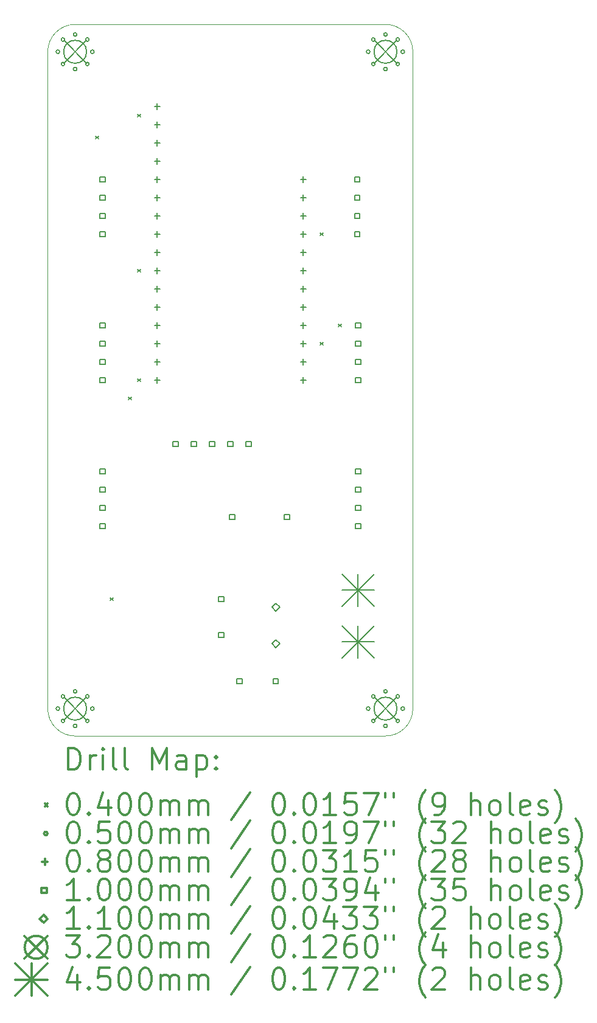
<source format=gbr>
%FSLAX45Y45*%
G04 Gerber Fmt 4.5, Leading zero omitted, Abs format (unit mm)*
G04 Created by KiCad (PCBNEW (5.1.10)-1) date 2022-02-12 13:06:28*
%MOMM*%
%LPD*%
G01*
G04 APERTURE LIST*
%TA.AperFunction,Profile*%
%ADD10C,0.025400*%
%TD*%
%ADD11C,0.200000*%
%ADD12C,0.300000*%
G04 APERTURE END LIST*
D10*
X7543800Y-2641600D02*
X11861800Y-2641600D01*
X7543800Y-12547600D02*
X11861800Y-12547600D01*
X7162800Y-12166600D02*
X7162800Y-3022600D01*
X12242800Y-3022600D02*
X12242800Y-12166600D01*
X7543800Y-12547600D02*
G75*
G02*
X7162800Y-12166600I0J381000D01*
G01*
X12242800Y-12166600D02*
G75*
G02*
X11861800Y-12547600I-381000J0D01*
G01*
X7162800Y-3022600D02*
G75*
G02*
X7543800Y-2641600I381000J0D01*
G01*
X11861800Y-2641600D02*
G75*
G02*
X12242800Y-3022600I0J-381000D01*
G01*
D11*
X7828600Y-4196400D02*
X7868600Y-4236400D01*
X7868600Y-4196400D02*
X7828600Y-4236400D01*
X8031800Y-10622600D02*
X8071800Y-10662600D01*
X8071800Y-10622600D02*
X8031800Y-10662600D01*
X8285800Y-7828600D02*
X8325800Y-7868600D01*
X8325800Y-7828600D02*
X8285800Y-7868600D01*
X8412800Y-3891600D02*
X8452800Y-3931600D01*
X8452800Y-3891600D02*
X8412800Y-3931600D01*
X8412800Y-6050600D02*
X8452800Y-6090600D01*
X8452800Y-6050600D02*
X8412800Y-6090600D01*
X8412800Y-7574600D02*
X8452800Y-7614600D01*
X8452800Y-7574600D02*
X8412800Y-7614600D01*
X10952800Y-5542600D02*
X10992800Y-5582600D01*
X10992800Y-5542600D02*
X10952800Y-5582600D01*
X10952800Y-7066600D02*
X10992800Y-7106600D01*
X10992800Y-7066600D02*
X10952800Y-7106600D01*
X11206800Y-6812600D02*
X11246800Y-6852600D01*
X11246800Y-6812600D02*
X11206800Y-6852600D01*
X7328800Y-3022600D02*
G75*
G03*
X7328800Y-3022600I-25000J0D01*
G01*
X7328800Y-12166600D02*
G75*
G03*
X7328800Y-12166600I-25000J0D01*
G01*
X7399094Y-2852894D02*
G75*
G03*
X7399094Y-2852894I-25000J0D01*
G01*
X7399094Y-3192306D02*
G75*
G03*
X7399094Y-3192306I-25000J0D01*
G01*
X7399094Y-11996894D02*
G75*
G03*
X7399094Y-11996894I-25000J0D01*
G01*
X7399094Y-12336306D02*
G75*
G03*
X7399094Y-12336306I-25000J0D01*
G01*
X7568800Y-2782600D02*
G75*
G03*
X7568800Y-2782600I-25000J0D01*
G01*
X7568800Y-3262600D02*
G75*
G03*
X7568800Y-3262600I-25000J0D01*
G01*
X7568800Y-11926600D02*
G75*
G03*
X7568800Y-11926600I-25000J0D01*
G01*
X7568800Y-12406600D02*
G75*
G03*
X7568800Y-12406600I-25000J0D01*
G01*
X7738506Y-2852894D02*
G75*
G03*
X7738506Y-2852894I-25000J0D01*
G01*
X7738506Y-3192306D02*
G75*
G03*
X7738506Y-3192306I-25000J0D01*
G01*
X7738506Y-11996894D02*
G75*
G03*
X7738506Y-11996894I-25000J0D01*
G01*
X7738506Y-12336306D02*
G75*
G03*
X7738506Y-12336306I-25000J0D01*
G01*
X7808800Y-3022600D02*
G75*
G03*
X7808800Y-3022600I-25000J0D01*
G01*
X7808800Y-12166600D02*
G75*
G03*
X7808800Y-12166600I-25000J0D01*
G01*
X11646800Y-3022600D02*
G75*
G03*
X11646800Y-3022600I-25000J0D01*
G01*
X11646800Y-12166600D02*
G75*
G03*
X11646800Y-12166600I-25000J0D01*
G01*
X11717094Y-2852894D02*
G75*
G03*
X11717094Y-2852894I-25000J0D01*
G01*
X11717094Y-3192306D02*
G75*
G03*
X11717094Y-3192306I-25000J0D01*
G01*
X11717094Y-11996894D02*
G75*
G03*
X11717094Y-11996894I-25000J0D01*
G01*
X11717094Y-12336306D02*
G75*
G03*
X11717094Y-12336306I-25000J0D01*
G01*
X11886800Y-2782600D02*
G75*
G03*
X11886800Y-2782600I-25000J0D01*
G01*
X11886800Y-3262600D02*
G75*
G03*
X11886800Y-3262600I-25000J0D01*
G01*
X11886800Y-11926600D02*
G75*
G03*
X11886800Y-11926600I-25000J0D01*
G01*
X11886800Y-12406600D02*
G75*
G03*
X11886800Y-12406600I-25000J0D01*
G01*
X12056506Y-2852894D02*
G75*
G03*
X12056506Y-2852894I-25000J0D01*
G01*
X12056506Y-3192306D02*
G75*
G03*
X12056506Y-3192306I-25000J0D01*
G01*
X12056506Y-11996894D02*
G75*
G03*
X12056506Y-11996894I-25000J0D01*
G01*
X12056506Y-12336306D02*
G75*
G03*
X12056506Y-12336306I-25000J0D01*
G01*
X12126800Y-3022600D02*
G75*
G03*
X12126800Y-3022600I-25000J0D01*
G01*
X12126800Y-12166600D02*
G75*
G03*
X12126800Y-12166600I-25000J0D01*
G01*
X8686800Y-3744600D02*
X8686800Y-3824600D01*
X8646800Y-3784600D02*
X8726800Y-3784600D01*
X8686800Y-3998600D02*
X8686800Y-4078600D01*
X8646800Y-4038600D02*
X8726800Y-4038600D01*
X8686800Y-4252600D02*
X8686800Y-4332600D01*
X8646800Y-4292600D02*
X8726800Y-4292600D01*
X8686800Y-4506600D02*
X8686800Y-4586600D01*
X8646800Y-4546600D02*
X8726800Y-4546600D01*
X8686800Y-4760600D02*
X8686800Y-4840600D01*
X8646800Y-4800600D02*
X8726800Y-4800600D01*
X8686800Y-5014600D02*
X8686800Y-5094600D01*
X8646800Y-5054600D02*
X8726800Y-5054600D01*
X8686800Y-5268600D02*
X8686800Y-5348600D01*
X8646800Y-5308600D02*
X8726800Y-5308600D01*
X8686800Y-5522600D02*
X8686800Y-5602600D01*
X8646800Y-5562600D02*
X8726800Y-5562600D01*
X8686800Y-5776600D02*
X8686800Y-5856600D01*
X8646800Y-5816600D02*
X8726800Y-5816600D01*
X8686800Y-6030600D02*
X8686800Y-6110600D01*
X8646800Y-6070600D02*
X8726800Y-6070600D01*
X8686800Y-6284600D02*
X8686800Y-6364600D01*
X8646800Y-6324600D02*
X8726800Y-6324600D01*
X8686800Y-6538600D02*
X8686800Y-6618600D01*
X8646800Y-6578600D02*
X8726800Y-6578600D01*
X8686800Y-6792600D02*
X8686800Y-6872600D01*
X8646800Y-6832600D02*
X8726800Y-6832600D01*
X8686800Y-7046600D02*
X8686800Y-7126600D01*
X8646800Y-7086600D02*
X8726800Y-7086600D01*
X8686800Y-7300600D02*
X8686800Y-7380600D01*
X8646800Y-7340600D02*
X8726800Y-7340600D01*
X8686800Y-7554600D02*
X8686800Y-7634600D01*
X8646800Y-7594600D02*
X8726800Y-7594600D01*
X10718800Y-4760600D02*
X10718800Y-4840600D01*
X10678800Y-4800600D02*
X10758800Y-4800600D01*
X10718800Y-5014600D02*
X10718800Y-5094600D01*
X10678800Y-5054600D02*
X10758800Y-5054600D01*
X10718800Y-5268600D02*
X10718800Y-5348600D01*
X10678800Y-5308600D02*
X10758800Y-5308600D01*
X10718800Y-5522600D02*
X10718800Y-5602600D01*
X10678800Y-5562600D02*
X10758800Y-5562600D01*
X10718800Y-5776600D02*
X10718800Y-5856600D01*
X10678800Y-5816600D02*
X10758800Y-5816600D01*
X10718800Y-6030600D02*
X10718800Y-6110600D01*
X10678800Y-6070600D02*
X10758800Y-6070600D01*
X10718800Y-6284600D02*
X10718800Y-6364600D01*
X10678800Y-6324600D02*
X10758800Y-6324600D01*
X10718800Y-6538600D02*
X10718800Y-6618600D01*
X10678800Y-6578600D02*
X10758800Y-6578600D01*
X10718800Y-6792600D02*
X10718800Y-6872600D01*
X10678800Y-6832600D02*
X10758800Y-6832600D01*
X10718800Y-7046600D02*
X10718800Y-7126600D01*
X10678800Y-7086600D02*
X10758800Y-7086600D01*
X10718800Y-7300600D02*
X10718800Y-7380600D01*
X10678800Y-7340600D02*
X10758800Y-7340600D01*
X10718800Y-7554600D02*
X10718800Y-7634600D01*
X10678800Y-7594600D02*
X10758800Y-7594600D01*
X7960156Y-4835956D02*
X7960156Y-4765244D01*
X7889444Y-4765244D01*
X7889444Y-4835956D01*
X7960156Y-4835956D01*
X7960156Y-5089956D02*
X7960156Y-5019244D01*
X7889444Y-5019244D01*
X7889444Y-5089956D01*
X7960156Y-5089956D01*
X7960156Y-5343956D02*
X7960156Y-5273244D01*
X7889444Y-5273244D01*
X7889444Y-5343956D01*
X7960156Y-5343956D01*
X7960156Y-5597956D02*
X7960156Y-5527244D01*
X7889444Y-5527244D01*
X7889444Y-5597956D01*
X7960156Y-5597956D01*
X7960156Y-6867956D02*
X7960156Y-6797244D01*
X7889444Y-6797244D01*
X7889444Y-6867956D01*
X7960156Y-6867956D01*
X7960156Y-7121956D02*
X7960156Y-7051244D01*
X7889444Y-7051244D01*
X7889444Y-7121956D01*
X7960156Y-7121956D01*
X7960156Y-7375956D02*
X7960156Y-7305244D01*
X7889444Y-7305244D01*
X7889444Y-7375956D01*
X7960156Y-7375956D01*
X7960156Y-7629956D02*
X7960156Y-7559244D01*
X7889444Y-7559244D01*
X7889444Y-7629956D01*
X7960156Y-7629956D01*
X7960156Y-8899956D02*
X7960156Y-8829244D01*
X7889444Y-8829244D01*
X7889444Y-8899956D01*
X7960156Y-8899956D01*
X7960156Y-9153956D02*
X7960156Y-9083244D01*
X7889444Y-9083244D01*
X7889444Y-9153956D01*
X7960156Y-9153956D01*
X7960156Y-9407956D02*
X7960156Y-9337244D01*
X7889444Y-9337244D01*
X7889444Y-9407956D01*
X7960156Y-9407956D01*
X7960156Y-9661956D02*
X7960156Y-9591244D01*
X7889444Y-9591244D01*
X7889444Y-9661956D01*
X7960156Y-9661956D01*
X8976156Y-8518956D02*
X8976156Y-8448244D01*
X8905444Y-8448244D01*
X8905444Y-8518956D01*
X8976156Y-8518956D01*
X9230156Y-8518956D02*
X9230156Y-8448244D01*
X9159444Y-8448244D01*
X9159444Y-8518956D01*
X9230156Y-8518956D01*
X9484156Y-8518956D02*
X9484156Y-8448244D01*
X9413444Y-8448244D01*
X9413444Y-8518956D01*
X9484156Y-8518956D01*
X9611156Y-10677956D02*
X9611156Y-10607244D01*
X9540444Y-10607244D01*
X9540444Y-10677956D01*
X9611156Y-10677956D01*
X9611156Y-11177956D02*
X9611156Y-11107244D01*
X9540444Y-11107244D01*
X9540444Y-11177956D01*
X9611156Y-11177956D01*
X9738156Y-8518956D02*
X9738156Y-8448244D01*
X9667444Y-8448244D01*
X9667444Y-8518956D01*
X9738156Y-8518956D01*
X9765556Y-9534956D02*
X9765556Y-9464244D01*
X9694844Y-9464244D01*
X9694844Y-9534956D01*
X9765556Y-9534956D01*
X9865156Y-11818456D02*
X9865156Y-11747744D01*
X9794444Y-11747744D01*
X9794444Y-11818456D01*
X9865156Y-11818456D01*
X9992156Y-8518956D02*
X9992156Y-8448244D01*
X9921444Y-8448244D01*
X9921444Y-8518956D01*
X9992156Y-8518956D01*
X10370616Y-11820956D02*
X10370616Y-11750244D01*
X10299904Y-11750244D01*
X10299904Y-11820956D01*
X10370616Y-11820956D01*
X10525556Y-9534956D02*
X10525556Y-9464244D01*
X10454844Y-9464244D01*
X10454844Y-9534956D01*
X10525556Y-9534956D01*
X11505656Y-4835956D02*
X11505656Y-4765244D01*
X11434944Y-4765244D01*
X11434944Y-4835956D01*
X11505656Y-4835956D01*
X11505656Y-5089956D02*
X11505656Y-5019244D01*
X11434944Y-5019244D01*
X11434944Y-5089956D01*
X11505656Y-5089956D01*
X11505656Y-5343956D02*
X11505656Y-5273244D01*
X11434944Y-5273244D01*
X11434944Y-5343956D01*
X11505656Y-5343956D01*
X11505656Y-5597956D02*
X11505656Y-5527244D01*
X11434944Y-5527244D01*
X11434944Y-5597956D01*
X11505656Y-5597956D01*
X11516156Y-6867956D02*
X11516156Y-6797244D01*
X11445444Y-6797244D01*
X11445444Y-6867956D01*
X11516156Y-6867956D01*
X11516156Y-7121956D02*
X11516156Y-7051244D01*
X11445444Y-7051244D01*
X11445444Y-7121956D01*
X11516156Y-7121956D01*
X11516156Y-7375956D02*
X11516156Y-7305244D01*
X11445444Y-7305244D01*
X11445444Y-7375956D01*
X11516156Y-7375956D01*
X11516156Y-7629956D02*
X11516156Y-7559244D01*
X11445444Y-7559244D01*
X11445444Y-7629956D01*
X11516156Y-7629956D01*
X11516156Y-8899956D02*
X11516156Y-8829244D01*
X11445444Y-8829244D01*
X11445444Y-8899956D01*
X11516156Y-8899956D01*
X11516156Y-9153956D02*
X11516156Y-9083244D01*
X11445444Y-9083244D01*
X11445444Y-9153956D01*
X11516156Y-9153956D01*
X11516156Y-9407956D02*
X11516156Y-9337244D01*
X11445444Y-9337244D01*
X11445444Y-9407956D01*
X11516156Y-9407956D01*
X11516156Y-9661956D02*
X11516156Y-9591244D01*
X11445444Y-9591244D01*
X11445444Y-9661956D01*
X11516156Y-9661956D01*
X10335260Y-10808000D02*
X10390260Y-10753000D01*
X10335260Y-10698000D01*
X10280260Y-10753000D01*
X10335260Y-10808000D01*
X10335260Y-11316000D02*
X10390260Y-11261000D01*
X10335260Y-11206000D01*
X10280260Y-11261000D01*
X10335260Y-11316000D01*
X7383800Y-2862600D02*
X7703800Y-3182600D01*
X7703800Y-2862600D02*
X7383800Y-3182600D01*
X7703800Y-3022600D02*
G75*
G03*
X7703800Y-3022600I-160000J0D01*
G01*
X7383800Y-12006600D02*
X7703800Y-12326600D01*
X7703800Y-12006600D02*
X7383800Y-12326600D01*
X7703800Y-12166600D02*
G75*
G03*
X7703800Y-12166600I-160000J0D01*
G01*
X11701800Y-2862600D02*
X12021800Y-3182600D01*
X12021800Y-2862600D02*
X11701800Y-3182600D01*
X12021800Y-3022600D02*
G75*
G03*
X12021800Y-3022600I-160000J0D01*
G01*
X11701800Y-12006600D02*
X12021800Y-12326600D01*
X12021800Y-12006600D02*
X11701800Y-12326600D01*
X12021800Y-12166600D02*
G75*
G03*
X12021800Y-12166600I-160000J0D01*
G01*
X11255800Y-10290600D02*
X11705800Y-10740600D01*
X11705800Y-10290600D02*
X11255800Y-10740600D01*
X11480800Y-10290600D02*
X11480800Y-10740600D01*
X11255800Y-10515600D02*
X11705800Y-10515600D01*
X11255800Y-11010600D02*
X11705800Y-11460600D01*
X11705800Y-11010600D02*
X11255800Y-11460600D01*
X11480800Y-11010600D02*
X11480800Y-11460600D01*
X11255800Y-11235600D02*
X11705800Y-11235600D01*
D12*
X7447958Y-13014584D02*
X7447958Y-12714584D01*
X7519387Y-12714584D01*
X7562244Y-12728870D01*
X7590816Y-12757441D01*
X7605101Y-12786013D01*
X7619387Y-12843156D01*
X7619387Y-12886013D01*
X7605101Y-12943156D01*
X7590816Y-12971727D01*
X7562244Y-13000299D01*
X7519387Y-13014584D01*
X7447958Y-13014584D01*
X7747958Y-13014584D02*
X7747958Y-12814584D01*
X7747958Y-12871727D02*
X7762244Y-12843156D01*
X7776530Y-12828870D01*
X7805101Y-12814584D01*
X7833673Y-12814584D01*
X7933673Y-13014584D02*
X7933673Y-12814584D01*
X7933673Y-12714584D02*
X7919387Y-12728870D01*
X7933673Y-12743156D01*
X7947958Y-12728870D01*
X7933673Y-12714584D01*
X7933673Y-12743156D01*
X8119387Y-13014584D02*
X8090816Y-13000299D01*
X8076530Y-12971727D01*
X8076530Y-12714584D01*
X8276530Y-13014584D02*
X8247958Y-13000299D01*
X8233673Y-12971727D01*
X8233673Y-12714584D01*
X8619387Y-13014584D02*
X8619387Y-12714584D01*
X8719387Y-12928870D01*
X8819387Y-12714584D01*
X8819387Y-13014584D01*
X9090816Y-13014584D02*
X9090816Y-12857441D01*
X9076530Y-12828870D01*
X9047958Y-12814584D01*
X8990816Y-12814584D01*
X8962244Y-12828870D01*
X9090816Y-13000299D02*
X9062244Y-13014584D01*
X8990816Y-13014584D01*
X8962244Y-13000299D01*
X8947958Y-12971727D01*
X8947958Y-12943156D01*
X8962244Y-12914584D01*
X8990816Y-12900299D01*
X9062244Y-12900299D01*
X9090816Y-12886013D01*
X9233673Y-12814584D02*
X9233673Y-13114584D01*
X9233673Y-12828870D02*
X9262244Y-12814584D01*
X9319387Y-12814584D01*
X9347958Y-12828870D01*
X9362244Y-12843156D01*
X9376530Y-12871727D01*
X9376530Y-12957441D01*
X9362244Y-12986013D01*
X9347958Y-13000299D01*
X9319387Y-13014584D01*
X9262244Y-13014584D01*
X9233673Y-13000299D01*
X9505101Y-12986013D02*
X9519387Y-13000299D01*
X9505101Y-13014584D01*
X9490816Y-13000299D01*
X9505101Y-12986013D01*
X9505101Y-13014584D01*
X9505101Y-12828870D02*
X9519387Y-12843156D01*
X9505101Y-12857441D01*
X9490816Y-12843156D01*
X9505101Y-12828870D01*
X9505101Y-12857441D01*
X7121530Y-13488870D02*
X7161530Y-13528870D01*
X7161530Y-13488870D02*
X7121530Y-13528870D01*
X7505101Y-13344584D02*
X7533673Y-13344584D01*
X7562244Y-13358870D01*
X7576530Y-13373156D01*
X7590816Y-13401727D01*
X7605101Y-13458870D01*
X7605101Y-13530299D01*
X7590816Y-13587441D01*
X7576530Y-13616013D01*
X7562244Y-13630299D01*
X7533673Y-13644584D01*
X7505101Y-13644584D01*
X7476530Y-13630299D01*
X7462244Y-13616013D01*
X7447958Y-13587441D01*
X7433673Y-13530299D01*
X7433673Y-13458870D01*
X7447958Y-13401727D01*
X7462244Y-13373156D01*
X7476530Y-13358870D01*
X7505101Y-13344584D01*
X7733673Y-13616013D02*
X7747958Y-13630299D01*
X7733673Y-13644584D01*
X7719387Y-13630299D01*
X7733673Y-13616013D01*
X7733673Y-13644584D01*
X8005101Y-13444584D02*
X8005101Y-13644584D01*
X7933673Y-13330299D02*
X7862244Y-13544584D01*
X8047958Y-13544584D01*
X8219387Y-13344584D02*
X8247958Y-13344584D01*
X8276530Y-13358870D01*
X8290816Y-13373156D01*
X8305101Y-13401727D01*
X8319387Y-13458870D01*
X8319387Y-13530299D01*
X8305101Y-13587441D01*
X8290816Y-13616013D01*
X8276530Y-13630299D01*
X8247958Y-13644584D01*
X8219387Y-13644584D01*
X8190816Y-13630299D01*
X8176530Y-13616013D01*
X8162244Y-13587441D01*
X8147958Y-13530299D01*
X8147958Y-13458870D01*
X8162244Y-13401727D01*
X8176530Y-13373156D01*
X8190816Y-13358870D01*
X8219387Y-13344584D01*
X8505101Y-13344584D02*
X8533673Y-13344584D01*
X8562244Y-13358870D01*
X8576530Y-13373156D01*
X8590816Y-13401727D01*
X8605101Y-13458870D01*
X8605101Y-13530299D01*
X8590816Y-13587441D01*
X8576530Y-13616013D01*
X8562244Y-13630299D01*
X8533673Y-13644584D01*
X8505101Y-13644584D01*
X8476530Y-13630299D01*
X8462244Y-13616013D01*
X8447958Y-13587441D01*
X8433673Y-13530299D01*
X8433673Y-13458870D01*
X8447958Y-13401727D01*
X8462244Y-13373156D01*
X8476530Y-13358870D01*
X8505101Y-13344584D01*
X8733673Y-13644584D02*
X8733673Y-13444584D01*
X8733673Y-13473156D02*
X8747958Y-13458870D01*
X8776530Y-13444584D01*
X8819387Y-13444584D01*
X8847958Y-13458870D01*
X8862244Y-13487441D01*
X8862244Y-13644584D01*
X8862244Y-13487441D02*
X8876530Y-13458870D01*
X8905101Y-13444584D01*
X8947958Y-13444584D01*
X8976530Y-13458870D01*
X8990816Y-13487441D01*
X8990816Y-13644584D01*
X9133673Y-13644584D02*
X9133673Y-13444584D01*
X9133673Y-13473156D02*
X9147958Y-13458870D01*
X9176530Y-13444584D01*
X9219387Y-13444584D01*
X9247958Y-13458870D01*
X9262244Y-13487441D01*
X9262244Y-13644584D01*
X9262244Y-13487441D02*
X9276530Y-13458870D01*
X9305101Y-13444584D01*
X9347958Y-13444584D01*
X9376530Y-13458870D01*
X9390816Y-13487441D01*
X9390816Y-13644584D01*
X9976530Y-13330299D02*
X9719387Y-13716013D01*
X10362244Y-13344584D02*
X10390816Y-13344584D01*
X10419387Y-13358870D01*
X10433673Y-13373156D01*
X10447958Y-13401727D01*
X10462244Y-13458870D01*
X10462244Y-13530299D01*
X10447958Y-13587441D01*
X10433673Y-13616013D01*
X10419387Y-13630299D01*
X10390816Y-13644584D01*
X10362244Y-13644584D01*
X10333673Y-13630299D01*
X10319387Y-13616013D01*
X10305101Y-13587441D01*
X10290816Y-13530299D01*
X10290816Y-13458870D01*
X10305101Y-13401727D01*
X10319387Y-13373156D01*
X10333673Y-13358870D01*
X10362244Y-13344584D01*
X10590816Y-13616013D02*
X10605101Y-13630299D01*
X10590816Y-13644584D01*
X10576530Y-13630299D01*
X10590816Y-13616013D01*
X10590816Y-13644584D01*
X10790816Y-13344584D02*
X10819387Y-13344584D01*
X10847958Y-13358870D01*
X10862244Y-13373156D01*
X10876530Y-13401727D01*
X10890816Y-13458870D01*
X10890816Y-13530299D01*
X10876530Y-13587441D01*
X10862244Y-13616013D01*
X10847958Y-13630299D01*
X10819387Y-13644584D01*
X10790816Y-13644584D01*
X10762244Y-13630299D01*
X10747958Y-13616013D01*
X10733673Y-13587441D01*
X10719387Y-13530299D01*
X10719387Y-13458870D01*
X10733673Y-13401727D01*
X10747958Y-13373156D01*
X10762244Y-13358870D01*
X10790816Y-13344584D01*
X11176530Y-13644584D02*
X11005101Y-13644584D01*
X11090816Y-13644584D02*
X11090816Y-13344584D01*
X11062244Y-13387441D01*
X11033673Y-13416013D01*
X11005101Y-13430299D01*
X11447958Y-13344584D02*
X11305101Y-13344584D01*
X11290816Y-13487441D01*
X11305101Y-13473156D01*
X11333673Y-13458870D01*
X11405101Y-13458870D01*
X11433673Y-13473156D01*
X11447958Y-13487441D01*
X11462244Y-13516013D01*
X11462244Y-13587441D01*
X11447958Y-13616013D01*
X11433673Y-13630299D01*
X11405101Y-13644584D01*
X11333673Y-13644584D01*
X11305101Y-13630299D01*
X11290816Y-13616013D01*
X11562244Y-13344584D02*
X11762244Y-13344584D01*
X11633673Y-13644584D01*
X11862244Y-13344584D02*
X11862244Y-13401727D01*
X11976530Y-13344584D02*
X11976530Y-13401727D01*
X12419387Y-13758870D02*
X12405101Y-13744584D01*
X12376530Y-13701727D01*
X12362244Y-13673156D01*
X12347958Y-13630299D01*
X12333673Y-13558870D01*
X12333673Y-13501727D01*
X12347958Y-13430299D01*
X12362244Y-13387441D01*
X12376530Y-13358870D01*
X12405101Y-13316013D01*
X12419387Y-13301727D01*
X12547958Y-13644584D02*
X12605101Y-13644584D01*
X12633673Y-13630299D01*
X12647958Y-13616013D01*
X12676530Y-13573156D01*
X12690816Y-13516013D01*
X12690816Y-13401727D01*
X12676530Y-13373156D01*
X12662244Y-13358870D01*
X12633673Y-13344584D01*
X12576530Y-13344584D01*
X12547958Y-13358870D01*
X12533673Y-13373156D01*
X12519387Y-13401727D01*
X12519387Y-13473156D01*
X12533673Y-13501727D01*
X12547958Y-13516013D01*
X12576530Y-13530299D01*
X12633673Y-13530299D01*
X12662244Y-13516013D01*
X12676530Y-13501727D01*
X12690816Y-13473156D01*
X13047958Y-13644584D02*
X13047958Y-13344584D01*
X13176530Y-13644584D02*
X13176530Y-13487441D01*
X13162244Y-13458870D01*
X13133673Y-13444584D01*
X13090816Y-13444584D01*
X13062244Y-13458870D01*
X13047958Y-13473156D01*
X13362244Y-13644584D02*
X13333673Y-13630299D01*
X13319387Y-13616013D01*
X13305101Y-13587441D01*
X13305101Y-13501727D01*
X13319387Y-13473156D01*
X13333673Y-13458870D01*
X13362244Y-13444584D01*
X13405101Y-13444584D01*
X13433673Y-13458870D01*
X13447958Y-13473156D01*
X13462244Y-13501727D01*
X13462244Y-13587441D01*
X13447958Y-13616013D01*
X13433673Y-13630299D01*
X13405101Y-13644584D01*
X13362244Y-13644584D01*
X13633673Y-13644584D02*
X13605101Y-13630299D01*
X13590816Y-13601727D01*
X13590816Y-13344584D01*
X13862244Y-13630299D02*
X13833673Y-13644584D01*
X13776530Y-13644584D01*
X13747958Y-13630299D01*
X13733673Y-13601727D01*
X13733673Y-13487441D01*
X13747958Y-13458870D01*
X13776530Y-13444584D01*
X13833673Y-13444584D01*
X13862244Y-13458870D01*
X13876530Y-13487441D01*
X13876530Y-13516013D01*
X13733673Y-13544584D01*
X13990816Y-13630299D02*
X14019387Y-13644584D01*
X14076530Y-13644584D01*
X14105101Y-13630299D01*
X14119387Y-13601727D01*
X14119387Y-13587441D01*
X14105101Y-13558870D01*
X14076530Y-13544584D01*
X14033673Y-13544584D01*
X14005101Y-13530299D01*
X13990816Y-13501727D01*
X13990816Y-13487441D01*
X14005101Y-13458870D01*
X14033673Y-13444584D01*
X14076530Y-13444584D01*
X14105101Y-13458870D01*
X14219387Y-13758870D02*
X14233673Y-13744584D01*
X14262244Y-13701727D01*
X14276530Y-13673156D01*
X14290816Y-13630299D01*
X14305101Y-13558870D01*
X14305101Y-13501727D01*
X14290816Y-13430299D01*
X14276530Y-13387441D01*
X14262244Y-13358870D01*
X14233673Y-13316013D01*
X14219387Y-13301727D01*
X7161530Y-13904870D02*
G75*
G03*
X7161530Y-13904870I-25000J0D01*
G01*
X7505101Y-13740584D02*
X7533673Y-13740584D01*
X7562244Y-13754870D01*
X7576530Y-13769156D01*
X7590816Y-13797727D01*
X7605101Y-13854870D01*
X7605101Y-13926299D01*
X7590816Y-13983441D01*
X7576530Y-14012013D01*
X7562244Y-14026299D01*
X7533673Y-14040584D01*
X7505101Y-14040584D01*
X7476530Y-14026299D01*
X7462244Y-14012013D01*
X7447958Y-13983441D01*
X7433673Y-13926299D01*
X7433673Y-13854870D01*
X7447958Y-13797727D01*
X7462244Y-13769156D01*
X7476530Y-13754870D01*
X7505101Y-13740584D01*
X7733673Y-14012013D02*
X7747958Y-14026299D01*
X7733673Y-14040584D01*
X7719387Y-14026299D01*
X7733673Y-14012013D01*
X7733673Y-14040584D01*
X8019387Y-13740584D02*
X7876530Y-13740584D01*
X7862244Y-13883441D01*
X7876530Y-13869156D01*
X7905101Y-13854870D01*
X7976530Y-13854870D01*
X8005101Y-13869156D01*
X8019387Y-13883441D01*
X8033673Y-13912013D01*
X8033673Y-13983441D01*
X8019387Y-14012013D01*
X8005101Y-14026299D01*
X7976530Y-14040584D01*
X7905101Y-14040584D01*
X7876530Y-14026299D01*
X7862244Y-14012013D01*
X8219387Y-13740584D02*
X8247958Y-13740584D01*
X8276530Y-13754870D01*
X8290816Y-13769156D01*
X8305101Y-13797727D01*
X8319387Y-13854870D01*
X8319387Y-13926299D01*
X8305101Y-13983441D01*
X8290816Y-14012013D01*
X8276530Y-14026299D01*
X8247958Y-14040584D01*
X8219387Y-14040584D01*
X8190816Y-14026299D01*
X8176530Y-14012013D01*
X8162244Y-13983441D01*
X8147958Y-13926299D01*
X8147958Y-13854870D01*
X8162244Y-13797727D01*
X8176530Y-13769156D01*
X8190816Y-13754870D01*
X8219387Y-13740584D01*
X8505101Y-13740584D02*
X8533673Y-13740584D01*
X8562244Y-13754870D01*
X8576530Y-13769156D01*
X8590816Y-13797727D01*
X8605101Y-13854870D01*
X8605101Y-13926299D01*
X8590816Y-13983441D01*
X8576530Y-14012013D01*
X8562244Y-14026299D01*
X8533673Y-14040584D01*
X8505101Y-14040584D01*
X8476530Y-14026299D01*
X8462244Y-14012013D01*
X8447958Y-13983441D01*
X8433673Y-13926299D01*
X8433673Y-13854870D01*
X8447958Y-13797727D01*
X8462244Y-13769156D01*
X8476530Y-13754870D01*
X8505101Y-13740584D01*
X8733673Y-14040584D02*
X8733673Y-13840584D01*
X8733673Y-13869156D02*
X8747958Y-13854870D01*
X8776530Y-13840584D01*
X8819387Y-13840584D01*
X8847958Y-13854870D01*
X8862244Y-13883441D01*
X8862244Y-14040584D01*
X8862244Y-13883441D02*
X8876530Y-13854870D01*
X8905101Y-13840584D01*
X8947958Y-13840584D01*
X8976530Y-13854870D01*
X8990816Y-13883441D01*
X8990816Y-14040584D01*
X9133673Y-14040584D02*
X9133673Y-13840584D01*
X9133673Y-13869156D02*
X9147958Y-13854870D01*
X9176530Y-13840584D01*
X9219387Y-13840584D01*
X9247958Y-13854870D01*
X9262244Y-13883441D01*
X9262244Y-14040584D01*
X9262244Y-13883441D02*
X9276530Y-13854870D01*
X9305101Y-13840584D01*
X9347958Y-13840584D01*
X9376530Y-13854870D01*
X9390816Y-13883441D01*
X9390816Y-14040584D01*
X9976530Y-13726299D02*
X9719387Y-14112013D01*
X10362244Y-13740584D02*
X10390816Y-13740584D01*
X10419387Y-13754870D01*
X10433673Y-13769156D01*
X10447958Y-13797727D01*
X10462244Y-13854870D01*
X10462244Y-13926299D01*
X10447958Y-13983441D01*
X10433673Y-14012013D01*
X10419387Y-14026299D01*
X10390816Y-14040584D01*
X10362244Y-14040584D01*
X10333673Y-14026299D01*
X10319387Y-14012013D01*
X10305101Y-13983441D01*
X10290816Y-13926299D01*
X10290816Y-13854870D01*
X10305101Y-13797727D01*
X10319387Y-13769156D01*
X10333673Y-13754870D01*
X10362244Y-13740584D01*
X10590816Y-14012013D02*
X10605101Y-14026299D01*
X10590816Y-14040584D01*
X10576530Y-14026299D01*
X10590816Y-14012013D01*
X10590816Y-14040584D01*
X10790816Y-13740584D02*
X10819387Y-13740584D01*
X10847958Y-13754870D01*
X10862244Y-13769156D01*
X10876530Y-13797727D01*
X10890816Y-13854870D01*
X10890816Y-13926299D01*
X10876530Y-13983441D01*
X10862244Y-14012013D01*
X10847958Y-14026299D01*
X10819387Y-14040584D01*
X10790816Y-14040584D01*
X10762244Y-14026299D01*
X10747958Y-14012013D01*
X10733673Y-13983441D01*
X10719387Y-13926299D01*
X10719387Y-13854870D01*
X10733673Y-13797727D01*
X10747958Y-13769156D01*
X10762244Y-13754870D01*
X10790816Y-13740584D01*
X11176530Y-14040584D02*
X11005101Y-14040584D01*
X11090816Y-14040584D02*
X11090816Y-13740584D01*
X11062244Y-13783441D01*
X11033673Y-13812013D01*
X11005101Y-13826299D01*
X11319387Y-14040584D02*
X11376530Y-14040584D01*
X11405101Y-14026299D01*
X11419387Y-14012013D01*
X11447958Y-13969156D01*
X11462244Y-13912013D01*
X11462244Y-13797727D01*
X11447958Y-13769156D01*
X11433673Y-13754870D01*
X11405101Y-13740584D01*
X11347958Y-13740584D01*
X11319387Y-13754870D01*
X11305101Y-13769156D01*
X11290816Y-13797727D01*
X11290816Y-13869156D01*
X11305101Y-13897727D01*
X11319387Y-13912013D01*
X11347958Y-13926299D01*
X11405101Y-13926299D01*
X11433673Y-13912013D01*
X11447958Y-13897727D01*
X11462244Y-13869156D01*
X11562244Y-13740584D02*
X11762244Y-13740584D01*
X11633673Y-14040584D01*
X11862244Y-13740584D02*
X11862244Y-13797727D01*
X11976530Y-13740584D02*
X11976530Y-13797727D01*
X12419387Y-14154870D02*
X12405101Y-14140584D01*
X12376530Y-14097727D01*
X12362244Y-14069156D01*
X12347958Y-14026299D01*
X12333673Y-13954870D01*
X12333673Y-13897727D01*
X12347958Y-13826299D01*
X12362244Y-13783441D01*
X12376530Y-13754870D01*
X12405101Y-13712013D01*
X12419387Y-13697727D01*
X12505101Y-13740584D02*
X12690816Y-13740584D01*
X12590816Y-13854870D01*
X12633673Y-13854870D01*
X12662244Y-13869156D01*
X12676530Y-13883441D01*
X12690816Y-13912013D01*
X12690816Y-13983441D01*
X12676530Y-14012013D01*
X12662244Y-14026299D01*
X12633673Y-14040584D01*
X12547958Y-14040584D01*
X12519387Y-14026299D01*
X12505101Y-14012013D01*
X12805101Y-13769156D02*
X12819387Y-13754870D01*
X12847958Y-13740584D01*
X12919387Y-13740584D01*
X12947958Y-13754870D01*
X12962244Y-13769156D01*
X12976530Y-13797727D01*
X12976530Y-13826299D01*
X12962244Y-13869156D01*
X12790816Y-14040584D01*
X12976530Y-14040584D01*
X13333673Y-14040584D02*
X13333673Y-13740584D01*
X13462244Y-14040584D02*
X13462244Y-13883441D01*
X13447958Y-13854870D01*
X13419387Y-13840584D01*
X13376530Y-13840584D01*
X13347958Y-13854870D01*
X13333673Y-13869156D01*
X13647958Y-14040584D02*
X13619387Y-14026299D01*
X13605101Y-14012013D01*
X13590816Y-13983441D01*
X13590816Y-13897727D01*
X13605101Y-13869156D01*
X13619387Y-13854870D01*
X13647958Y-13840584D01*
X13690816Y-13840584D01*
X13719387Y-13854870D01*
X13733673Y-13869156D01*
X13747958Y-13897727D01*
X13747958Y-13983441D01*
X13733673Y-14012013D01*
X13719387Y-14026299D01*
X13690816Y-14040584D01*
X13647958Y-14040584D01*
X13919387Y-14040584D02*
X13890816Y-14026299D01*
X13876530Y-13997727D01*
X13876530Y-13740584D01*
X14147958Y-14026299D02*
X14119387Y-14040584D01*
X14062244Y-14040584D01*
X14033673Y-14026299D01*
X14019387Y-13997727D01*
X14019387Y-13883441D01*
X14033673Y-13854870D01*
X14062244Y-13840584D01*
X14119387Y-13840584D01*
X14147958Y-13854870D01*
X14162244Y-13883441D01*
X14162244Y-13912013D01*
X14019387Y-13940584D01*
X14276530Y-14026299D02*
X14305101Y-14040584D01*
X14362244Y-14040584D01*
X14390816Y-14026299D01*
X14405101Y-13997727D01*
X14405101Y-13983441D01*
X14390816Y-13954870D01*
X14362244Y-13940584D01*
X14319387Y-13940584D01*
X14290816Y-13926299D01*
X14276530Y-13897727D01*
X14276530Y-13883441D01*
X14290816Y-13854870D01*
X14319387Y-13840584D01*
X14362244Y-13840584D01*
X14390816Y-13854870D01*
X14505101Y-14154870D02*
X14519387Y-14140584D01*
X14547958Y-14097727D01*
X14562244Y-14069156D01*
X14576530Y-14026299D01*
X14590816Y-13954870D01*
X14590816Y-13897727D01*
X14576530Y-13826299D01*
X14562244Y-13783441D01*
X14547958Y-13754870D01*
X14519387Y-13712013D01*
X14505101Y-13697727D01*
X7121530Y-14260870D02*
X7121530Y-14340870D01*
X7081530Y-14300870D02*
X7161530Y-14300870D01*
X7505101Y-14136584D02*
X7533673Y-14136584D01*
X7562244Y-14150870D01*
X7576530Y-14165156D01*
X7590816Y-14193727D01*
X7605101Y-14250870D01*
X7605101Y-14322299D01*
X7590816Y-14379441D01*
X7576530Y-14408013D01*
X7562244Y-14422299D01*
X7533673Y-14436584D01*
X7505101Y-14436584D01*
X7476530Y-14422299D01*
X7462244Y-14408013D01*
X7447958Y-14379441D01*
X7433673Y-14322299D01*
X7433673Y-14250870D01*
X7447958Y-14193727D01*
X7462244Y-14165156D01*
X7476530Y-14150870D01*
X7505101Y-14136584D01*
X7733673Y-14408013D02*
X7747958Y-14422299D01*
X7733673Y-14436584D01*
X7719387Y-14422299D01*
X7733673Y-14408013D01*
X7733673Y-14436584D01*
X7919387Y-14265156D02*
X7890816Y-14250870D01*
X7876530Y-14236584D01*
X7862244Y-14208013D01*
X7862244Y-14193727D01*
X7876530Y-14165156D01*
X7890816Y-14150870D01*
X7919387Y-14136584D01*
X7976530Y-14136584D01*
X8005101Y-14150870D01*
X8019387Y-14165156D01*
X8033673Y-14193727D01*
X8033673Y-14208013D01*
X8019387Y-14236584D01*
X8005101Y-14250870D01*
X7976530Y-14265156D01*
X7919387Y-14265156D01*
X7890816Y-14279441D01*
X7876530Y-14293727D01*
X7862244Y-14322299D01*
X7862244Y-14379441D01*
X7876530Y-14408013D01*
X7890816Y-14422299D01*
X7919387Y-14436584D01*
X7976530Y-14436584D01*
X8005101Y-14422299D01*
X8019387Y-14408013D01*
X8033673Y-14379441D01*
X8033673Y-14322299D01*
X8019387Y-14293727D01*
X8005101Y-14279441D01*
X7976530Y-14265156D01*
X8219387Y-14136584D02*
X8247958Y-14136584D01*
X8276530Y-14150870D01*
X8290816Y-14165156D01*
X8305101Y-14193727D01*
X8319387Y-14250870D01*
X8319387Y-14322299D01*
X8305101Y-14379441D01*
X8290816Y-14408013D01*
X8276530Y-14422299D01*
X8247958Y-14436584D01*
X8219387Y-14436584D01*
X8190816Y-14422299D01*
X8176530Y-14408013D01*
X8162244Y-14379441D01*
X8147958Y-14322299D01*
X8147958Y-14250870D01*
X8162244Y-14193727D01*
X8176530Y-14165156D01*
X8190816Y-14150870D01*
X8219387Y-14136584D01*
X8505101Y-14136584D02*
X8533673Y-14136584D01*
X8562244Y-14150870D01*
X8576530Y-14165156D01*
X8590816Y-14193727D01*
X8605101Y-14250870D01*
X8605101Y-14322299D01*
X8590816Y-14379441D01*
X8576530Y-14408013D01*
X8562244Y-14422299D01*
X8533673Y-14436584D01*
X8505101Y-14436584D01*
X8476530Y-14422299D01*
X8462244Y-14408013D01*
X8447958Y-14379441D01*
X8433673Y-14322299D01*
X8433673Y-14250870D01*
X8447958Y-14193727D01*
X8462244Y-14165156D01*
X8476530Y-14150870D01*
X8505101Y-14136584D01*
X8733673Y-14436584D02*
X8733673Y-14236584D01*
X8733673Y-14265156D02*
X8747958Y-14250870D01*
X8776530Y-14236584D01*
X8819387Y-14236584D01*
X8847958Y-14250870D01*
X8862244Y-14279441D01*
X8862244Y-14436584D01*
X8862244Y-14279441D02*
X8876530Y-14250870D01*
X8905101Y-14236584D01*
X8947958Y-14236584D01*
X8976530Y-14250870D01*
X8990816Y-14279441D01*
X8990816Y-14436584D01*
X9133673Y-14436584D02*
X9133673Y-14236584D01*
X9133673Y-14265156D02*
X9147958Y-14250870D01*
X9176530Y-14236584D01*
X9219387Y-14236584D01*
X9247958Y-14250870D01*
X9262244Y-14279441D01*
X9262244Y-14436584D01*
X9262244Y-14279441D02*
X9276530Y-14250870D01*
X9305101Y-14236584D01*
X9347958Y-14236584D01*
X9376530Y-14250870D01*
X9390816Y-14279441D01*
X9390816Y-14436584D01*
X9976530Y-14122299D02*
X9719387Y-14508013D01*
X10362244Y-14136584D02*
X10390816Y-14136584D01*
X10419387Y-14150870D01*
X10433673Y-14165156D01*
X10447958Y-14193727D01*
X10462244Y-14250870D01*
X10462244Y-14322299D01*
X10447958Y-14379441D01*
X10433673Y-14408013D01*
X10419387Y-14422299D01*
X10390816Y-14436584D01*
X10362244Y-14436584D01*
X10333673Y-14422299D01*
X10319387Y-14408013D01*
X10305101Y-14379441D01*
X10290816Y-14322299D01*
X10290816Y-14250870D01*
X10305101Y-14193727D01*
X10319387Y-14165156D01*
X10333673Y-14150870D01*
X10362244Y-14136584D01*
X10590816Y-14408013D02*
X10605101Y-14422299D01*
X10590816Y-14436584D01*
X10576530Y-14422299D01*
X10590816Y-14408013D01*
X10590816Y-14436584D01*
X10790816Y-14136584D02*
X10819387Y-14136584D01*
X10847958Y-14150870D01*
X10862244Y-14165156D01*
X10876530Y-14193727D01*
X10890816Y-14250870D01*
X10890816Y-14322299D01*
X10876530Y-14379441D01*
X10862244Y-14408013D01*
X10847958Y-14422299D01*
X10819387Y-14436584D01*
X10790816Y-14436584D01*
X10762244Y-14422299D01*
X10747958Y-14408013D01*
X10733673Y-14379441D01*
X10719387Y-14322299D01*
X10719387Y-14250870D01*
X10733673Y-14193727D01*
X10747958Y-14165156D01*
X10762244Y-14150870D01*
X10790816Y-14136584D01*
X10990816Y-14136584D02*
X11176530Y-14136584D01*
X11076530Y-14250870D01*
X11119387Y-14250870D01*
X11147958Y-14265156D01*
X11162244Y-14279441D01*
X11176530Y-14308013D01*
X11176530Y-14379441D01*
X11162244Y-14408013D01*
X11147958Y-14422299D01*
X11119387Y-14436584D01*
X11033673Y-14436584D01*
X11005101Y-14422299D01*
X10990816Y-14408013D01*
X11462244Y-14436584D02*
X11290816Y-14436584D01*
X11376530Y-14436584D02*
X11376530Y-14136584D01*
X11347958Y-14179441D01*
X11319387Y-14208013D01*
X11290816Y-14222299D01*
X11733673Y-14136584D02*
X11590816Y-14136584D01*
X11576530Y-14279441D01*
X11590816Y-14265156D01*
X11619387Y-14250870D01*
X11690816Y-14250870D01*
X11719387Y-14265156D01*
X11733673Y-14279441D01*
X11747958Y-14308013D01*
X11747958Y-14379441D01*
X11733673Y-14408013D01*
X11719387Y-14422299D01*
X11690816Y-14436584D01*
X11619387Y-14436584D01*
X11590816Y-14422299D01*
X11576530Y-14408013D01*
X11862244Y-14136584D02*
X11862244Y-14193727D01*
X11976530Y-14136584D02*
X11976530Y-14193727D01*
X12419387Y-14550870D02*
X12405101Y-14536584D01*
X12376530Y-14493727D01*
X12362244Y-14465156D01*
X12347958Y-14422299D01*
X12333673Y-14350870D01*
X12333673Y-14293727D01*
X12347958Y-14222299D01*
X12362244Y-14179441D01*
X12376530Y-14150870D01*
X12405101Y-14108013D01*
X12419387Y-14093727D01*
X12519387Y-14165156D02*
X12533673Y-14150870D01*
X12562244Y-14136584D01*
X12633673Y-14136584D01*
X12662244Y-14150870D01*
X12676530Y-14165156D01*
X12690816Y-14193727D01*
X12690816Y-14222299D01*
X12676530Y-14265156D01*
X12505101Y-14436584D01*
X12690816Y-14436584D01*
X12862244Y-14265156D02*
X12833673Y-14250870D01*
X12819387Y-14236584D01*
X12805101Y-14208013D01*
X12805101Y-14193727D01*
X12819387Y-14165156D01*
X12833673Y-14150870D01*
X12862244Y-14136584D01*
X12919387Y-14136584D01*
X12947958Y-14150870D01*
X12962244Y-14165156D01*
X12976530Y-14193727D01*
X12976530Y-14208013D01*
X12962244Y-14236584D01*
X12947958Y-14250870D01*
X12919387Y-14265156D01*
X12862244Y-14265156D01*
X12833673Y-14279441D01*
X12819387Y-14293727D01*
X12805101Y-14322299D01*
X12805101Y-14379441D01*
X12819387Y-14408013D01*
X12833673Y-14422299D01*
X12862244Y-14436584D01*
X12919387Y-14436584D01*
X12947958Y-14422299D01*
X12962244Y-14408013D01*
X12976530Y-14379441D01*
X12976530Y-14322299D01*
X12962244Y-14293727D01*
X12947958Y-14279441D01*
X12919387Y-14265156D01*
X13333673Y-14436584D02*
X13333673Y-14136584D01*
X13462244Y-14436584D02*
X13462244Y-14279441D01*
X13447958Y-14250870D01*
X13419387Y-14236584D01*
X13376530Y-14236584D01*
X13347958Y-14250870D01*
X13333673Y-14265156D01*
X13647958Y-14436584D02*
X13619387Y-14422299D01*
X13605101Y-14408013D01*
X13590816Y-14379441D01*
X13590816Y-14293727D01*
X13605101Y-14265156D01*
X13619387Y-14250870D01*
X13647958Y-14236584D01*
X13690816Y-14236584D01*
X13719387Y-14250870D01*
X13733673Y-14265156D01*
X13747958Y-14293727D01*
X13747958Y-14379441D01*
X13733673Y-14408013D01*
X13719387Y-14422299D01*
X13690816Y-14436584D01*
X13647958Y-14436584D01*
X13919387Y-14436584D02*
X13890816Y-14422299D01*
X13876530Y-14393727D01*
X13876530Y-14136584D01*
X14147958Y-14422299D02*
X14119387Y-14436584D01*
X14062244Y-14436584D01*
X14033673Y-14422299D01*
X14019387Y-14393727D01*
X14019387Y-14279441D01*
X14033673Y-14250870D01*
X14062244Y-14236584D01*
X14119387Y-14236584D01*
X14147958Y-14250870D01*
X14162244Y-14279441D01*
X14162244Y-14308013D01*
X14019387Y-14336584D01*
X14276530Y-14422299D02*
X14305101Y-14436584D01*
X14362244Y-14436584D01*
X14390816Y-14422299D01*
X14405101Y-14393727D01*
X14405101Y-14379441D01*
X14390816Y-14350870D01*
X14362244Y-14336584D01*
X14319387Y-14336584D01*
X14290816Y-14322299D01*
X14276530Y-14293727D01*
X14276530Y-14279441D01*
X14290816Y-14250870D01*
X14319387Y-14236584D01*
X14362244Y-14236584D01*
X14390816Y-14250870D01*
X14505101Y-14550870D02*
X14519387Y-14536584D01*
X14547958Y-14493727D01*
X14562244Y-14465156D01*
X14576530Y-14422299D01*
X14590816Y-14350870D01*
X14590816Y-14293727D01*
X14576530Y-14222299D01*
X14562244Y-14179441D01*
X14547958Y-14150870D01*
X14519387Y-14108013D01*
X14505101Y-14093727D01*
X7146886Y-14732226D02*
X7146886Y-14661514D01*
X7076174Y-14661514D01*
X7076174Y-14732226D01*
X7146886Y-14732226D01*
X7605101Y-14832584D02*
X7433673Y-14832584D01*
X7519387Y-14832584D02*
X7519387Y-14532584D01*
X7490816Y-14575441D01*
X7462244Y-14604013D01*
X7433673Y-14618299D01*
X7733673Y-14804013D02*
X7747958Y-14818299D01*
X7733673Y-14832584D01*
X7719387Y-14818299D01*
X7733673Y-14804013D01*
X7733673Y-14832584D01*
X7933673Y-14532584D02*
X7962244Y-14532584D01*
X7990816Y-14546870D01*
X8005101Y-14561156D01*
X8019387Y-14589727D01*
X8033673Y-14646870D01*
X8033673Y-14718299D01*
X8019387Y-14775441D01*
X8005101Y-14804013D01*
X7990816Y-14818299D01*
X7962244Y-14832584D01*
X7933673Y-14832584D01*
X7905101Y-14818299D01*
X7890816Y-14804013D01*
X7876530Y-14775441D01*
X7862244Y-14718299D01*
X7862244Y-14646870D01*
X7876530Y-14589727D01*
X7890816Y-14561156D01*
X7905101Y-14546870D01*
X7933673Y-14532584D01*
X8219387Y-14532584D02*
X8247958Y-14532584D01*
X8276530Y-14546870D01*
X8290816Y-14561156D01*
X8305101Y-14589727D01*
X8319387Y-14646870D01*
X8319387Y-14718299D01*
X8305101Y-14775441D01*
X8290816Y-14804013D01*
X8276530Y-14818299D01*
X8247958Y-14832584D01*
X8219387Y-14832584D01*
X8190816Y-14818299D01*
X8176530Y-14804013D01*
X8162244Y-14775441D01*
X8147958Y-14718299D01*
X8147958Y-14646870D01*
X8162244Y-14589727D01*
X8176530Y-14561156D01*
X8190816Y-14546870D01*
X8219387Y-14532584D01*
X8505101Y-14532584D02*
X8533673Y-14532584D01*
X8562244Y-14546870D01*
X8576530Y-14561156D01*
X8590816Y-14589727D01*
X8605101Y-14646870D01*
X8605101Y-14718299D01*
X8590816Y-14775441D01*
X8576530Y-14804013D01*
X8562244Y-14818299D01*
X8533673Y-14832584D01*
X8505101Y-14832584D01*
X8476530Y-14818299D01*
X8462244Y-14804013D01*
X8447958Y-14775441D01*
X8433673Y-14718299D01*
X8433673Y-14646870D01*
X8447958Y-14589727D01*
X8462244Y-14561156D01*
X8476530Y-14546870D01*
X8505101Y-14532584D01*
X8733673Y-14832584D02*
X8733673Y-14632584D01*
X8733673Y-14661156D02*
X8747958Y-14646870D01*
X8776530Y-14632584D01*
X8819387Y-14632584D01*
X8847958Y-14646870D01*
X8862244Y-14675441D01*
X8862244Y-14832584D01*
X8862244Y-14675441D02*
X8876530Y-14646870D01*
X8905101Y-14632584D01*
X8947958Y-14632584D01*
X8976530Y-14646870D01*
X8990816Y-14675441D01*
X8990816Y-14832584D01*
X9133673Y-14832584D02*
X9133673Y-14632584D01*
X9133673Y-14661156D02*
X9147958Y-14646870D01*
X9176530Y-14632584D01*
X9219387Y-14632584D01*
X9247958Y-14646870D01*
X9262244Y-14675441D01*
X9262244Y-14832584D01*
X9262244Y-14675441D02*
X9276530Y-14646870D01*
X9305101Y-14632584D01*
X9347958Y-14632584D01*
X9376530Y-14646870D01*
X9390816Y-14675441D01*
X9390816Y-14832584D01*
X9976530Y-14518299D02*
X9719387Y-14904013D01*
X10362244Y-14532584D02*
X10390816Y-14532584D01*
X10419387Y-14546870D01*
X10433673Y-14561156D01*
X10447958Y-14589727D01*
X10462244Y-14646870D01*
X10462244Y-14718299D01*
X10447958Y-14775441D01*
X10433673Y-14804013D01*
X10419387Y-14818299D01*
X10390816Y-14832584D01*
X10362244Y-14832584D01*
X10333673Y-14818299D01*
X10319387Y-14804013D01*
X10305101Y-14775441D01*
X10290816Y-14718299D01*
X10290816Y-14646870D01*
X10305101Y-14589727D01*
X10319387Y-14561156D01*
X10333673Y-14546870D01*
X10362244Y-14532584D01*
X10590816Y-14804013D02*
X10605101Y-14818299D01*
X10590816Y-14832584D01*
X10576530Y-14818299D01*
X10590816Y-14804013D01*
X10590816Y-14832584D01*
X10790816Y-14532584D02*
X10819387Y-14532584D01*
X10847958Y-14546870D01*
X10862244Y-14561156D01*
X10876530Y-14589727D01*
X10890816Y-14646870D01*
X10890816Y-14718299D01*
X10876530Y-14775441D01*
X10862244Y-14804013D01*
X10847958Y-14818299D01*
X10819387Y-14832584D01*
X10790816Y-14832584D01*
X10762244Y-14818299D01*
X10747958Y-14804013D01*
X10733673Y-14775441D01*
X10719387Y-14718299D01*
X10719387Y-14646870D01*
X10733673Y-14589727D01*
X10747958Y-14561156D01*
X10762244Y-14546870D01*
X10790816Y-14532584D01*
X10990816Y-14532584D02*
X11176530Y-14532584D01*
X11076530Y-14646870D01*
X11119387Y-14646870D01*
X11147958Y-14661156D01*
X11162244Y-14675441D01*
X11176530Y-14704013D01*
X11176530Y-14775441D01*
X11162244Y-14804013D01*
X11147958Y-14818299D01*
X11119387Y-14832584D01*
X11033673Y-14832584D01*
X11005101Y-14818299D01*
X10990816Y-14804013D01*
X11319387Y-14832584D02*
X11376530Y-14832584D01*
X11405101Y-14818299D01*
X11419387Y-14804013D01*
X11447958Y-14761156D01*
X11462244Y-14704013D01*
X11462244Y-14589727D01*
X11447958Y-14561156D01*
X11433673Y-14546870D01*
X11405101Y-14532584D01*
X11347958Y-14532584D01*
X11319387Y-14546870D01*
X11305101Y-14561156D01*
X11290816Y-14589727D01*
X11290816Y-14661156D01*
X11305101Y-14689727D01*
X11319387Y-14704013D01*
X11347958Y-14718299D01*
X11405101Y-14718299D01*
X11433673Y-14704013D01*
X11447958Y-14689727D01*
X11462244Y-14661156D01*
X11719387Y-14632584D02*
X11719387Y-14832584D01*
X11647958Y-14518299D02*
X11576530Y-14732584D01*
X11762244Y-14732584D01*
X11862244Y-14532584D02*
X11862244Y-14589727D01*
X11976530Y-14532584D02*
X11976530Y-14589727D01*
X12419387Y-14946870D02*
X12405101Y-14932584D01*
X12376530Y-14889727D01*
X12362244Y-14861156D01*
X12347958Y-14818299D01*
X12333673Y-14746870D01*
X12333673Y-14689727D01*
X12347958Y-14618299D01*
X12362244Y-14575441D01*
X12376530Y-14546870D01*
X12405101Y-14504013D01*
X12419387Y-14489727D01*
X12505101Y-14532584D02*
X12690816Y-14532584D01*
X12590816Y-14646870D01*
X12633673Y-14646870D01*
X12662244Y-14661156D01*
X12676530Y-14675441D01*
X12690816Y-14704013D01*
X12690816Y-14775441D01*
X12676530Y-14804013D01*
X12662244Y-14818299D01*
X12633673Y-14832584D01*
X12547958Y-14832584D01*
X12519387Y-14818299D01*
X12505101Y-14804013D01*
X12962244Y-14532584D02*
X12819387Y-14532584D01*
X12805101Y-14675441D01*
X12819387Y-14661156D01*
X12847958Y-14646870D01*
X12919387Y-14646870D01*
X12947958Y-14661156D01*
X12962244Y-14675441D01*
X12976530Y-14704013D01*
X12976530Y-14775441D01*
X12962244Y-14804013D01*
X12947958Y-14818299D01*
X12919387Y-14832584D01*
X12847958Y-14832584D01*
X12819387Y-14818299D01*
X12805101Y-14804013D01*
X13333673Y-14832584D02*
X13333673Y-14532584D01*
X13462244Y-14832584D02*
X13462244Y-14675441D01*
X13447958Y-14646870D01*
X13419387Y-14632584D01*
X13376530Y-14632584D01*
X13347958Y-14646870D01*
X13333673Y-14661156D01*
X13647958Y-14832584D02*
X13619387Y-14818299D01*
X13605101Y-14804013D01*
X13590816Y-14775441D01*
X13590816Y-14689727D01*
X13605101Y-14661156D01*
X13619387Y-14646870D01*
X13647958Y-14632584D01*
X13690816Y-14632584D01*
X13719387Y-14646870D01*
X13733673Y-14661156D01*
X13747958Y-14689727D01*
X13747958Y-14775441D01*
X13733673Y-14804013D01*
X13719387Y-14818299D01*
X13690816Y-14832584D01*
X13647958Y-14832584D01*
X13919387Y-14832584D02*
X13890816Y-14818299D01*
X13876530Y-14789727D01*
X13876530Y-14532584D01*
X14147958Y-14818299D02*
X14119387Y-14832584D01*
X14062244Y-14832584D01*
X14033673Y-14818299D01*
X14019387Y-14789727D01*
X14019387Y-14675441D01*
X14033673Y-14646870D01*
X14062244Y-14632584D01*
X14119387Y-14632584D01*
X14147958Y-14646870D01*
X14162244Y-14675441D01*
X14162244Y-14704013D01*
X14019387Y-14732584D01*
X14276530Y-14818299D02*
X14305101Y-14832584D01*
X14362244Y-14832584D01*
X14390816Y-14818299D01*
X14405101Y-14789727D01*
X14405101Y-14775441D01*
X14390816Y-14746870D01*
X14362244Y-14732584D01*
X14319387Y-14732584D01*
X14290816Y-14718299D01*
X14276530Y-14689727D01*
X14276530Y-14675441D01*
X14290816Y-14646870D01*
X14319387Y-14632584D01*
X14362244Y-14632584D01*
X14390816Y-14646870D01*
X14505101Y-14946870D02*
X14519387Y-14932584D01*
X14547958Y-14889727D01*
X14562244Y-14861156D01*
X14576530Y-14818299D01*
X14590816Y-14746870D01*
X14590816Y-14689727D01*
X14576530Y-14618299D01*
X14562244Y-14575441D01*
X14547958Y-14546870D01*
X14519387Y-14504013D01*
X14505101Y-14489727D01*
X7106530Y-15147870D02*
X7161530Y-15092870D01*
X7106530Y-15037870D01*
X7051530Y-15092870D01*
X7106530Y-15147870D01*
X7605101Y-15228584D02*
X7433673Y-15228584D01*
X7519387Y-15228584D02*
X7519387Y-14928584D01*
X7490816Y-14971441D01*
X7462244Y-15000013D01*
X7433673Y-15014299D01*
X7733673Y-15200013D02*
X7747958Y-15214299D01*
X7733673Y-15228584D01*
X7719387Y-15214299D01*
X7733673Y-15200013D01*
X7733673Y-15228584D01*
X8033673Y-15228584D02*
X7862244Y-15228584D01*
X7947958Y-15228584D02*
X7947958Y-14928584D01*
X7919387Y-14971441D01*
X7890816Y-15000013D01*
X7862244Y-15014299D01*
X8219387Y-14928584D02*
X8247958Y-14928584D01*
X8276530Y-14942870D01*
X8290816Y-14957156D01*
X8305101Y-14985727D01*
X8319387Y-15042870D01*
X8319387Y-15114299D01*
X8305101Y-15171441D01*
X8290816Y-15200013D01*
X8276530Y-15214299D01*
X8247958Y-15228584D01*
X8219387Y-15228584D01*
X8190816Y-15214299D01*
X8176530Y-15200013D01*
X8162244Y-15171441D01*
X8147958Y-15114299D01*
X8147958Y-15042870D01*
X8162244Y-14985727D01*
X8176530Y-14957156D01*
X8190816Y-14942870D01*
X8219387Y-14928584D01*
X8505101Y-14928584D02*
X8533673Y-14928584D01*
X8562244Y-14942870D01*
X8576530Y-14957156D01*
X8590816Y-14985727D01*
X8605101Y-15042870D01*
X8605101Y-15114299D01*
X8590816Y-15171441D01*
X8576530Y-15200013D01*
X8562244Y-15214299D01*
X8533673Y-15228584D01*
X8505101Y-15228584D01*
X8476530Y-15214299D01*
X8462244Y-15200013D01*
X8447958Y-15171441D01*
X8433673Y-15114299D01*
X8433673Y-15042870D01*
X8447958Y-14985727D01*
X8462244Y-14957156D01*
X8476530Y-14942870D01*
X8505101Y-14928584D01*
X8733673Y-15228584D02*
X8733673Y-15028584D01*
X8733673Y-15057156D02*
X8747958Y-15042870D01*
X8776530Y-15028584D01*
X8819387Y-15028584D01*
X8847958Y-15042870D01*
X8862244Y-15071441D01*
X8862244Y-15228584D01*
X8862244Y-15071441D02*
X8876530Y-15042870D01*
X8905101Y-15028584D01*
X8947958Y-15028584D01*
X8976530Y-15042870D01*
X8990816Y-15071441D01*
X8990816Y-15228584D01*
X9133673Y-15228584D02*
X9133673Y-15028584D01*
X9133673Y-15057156D02*
X9147958Y-15042870D01*
X9176530Y-15028584D01*
X9219387Y-15028584D01*
X9247958Y-15042870D01*
X9262244Y-15071441D01*
X9262244Y-15228584D01*
X9262244Y-15071441D02*
X9276530Y-15042870D01*
X9305101Y-15028584D01*
X9347958Y-15028584D01*
X9376530Y-15042870D01*
X9390816Y-15071441D01*
X9390816Y-15228584D01*
X9976530Y-14914299D02*
X9719387Y-15300013D01*
X10362244Y-14928584D02*
X10390816Y-14928584D01*
X10419387Y-14942870D01*
X10433673Y-14957156D01*
X10447958Y-14985727D01*
X10462244Y-15042870D01*
X10462244Y-15114299D01*
X10447958Y-15171441D01*
X10433673Y-15200013D01*
X10419387Y-15214299D01*
X10390816Y-15228584D01*
X10362244Y-15228584D01*
X10333673Y-15214299D01*
X10319387Y-15200013D01*
X10305101Y-15171441D01*
X10290816Y-15114299D01*
X10290816Y-15042870D01*
X10305101Y-14985727D01*
X10319387Y-14957156D01*
X10333673Y-14942870D01*
X10362244Y-14928584D01*
X10590816Y-15200013D02*
X10605101Y-15214299D01*
X10590816Y-15228584D01*
X10576530Y-15214299D01*
X10590816Y-15200013D01*
X10590816Y-15228584D01*
X10790816Y-14928584D02*
X10819387Y-14928584D01*
X10847958Y-14942870D01*
X10862244Y-14957156D01*
X10876530Y-14985727D01*
X10890816Y-15042870D01*
X10890816Y-15114299D01*
X10876530Y-15171441D01*
X10862244Y-15200013D01*
X10847958Y-15214299D01*
X10819387Y-15228584D01*
X10790816Y-15228584D01*
X10762244Y-15214299D01*
X10747958Y-15200013D01*
X10733673Y-15171441D01*
X10719387Y-15114299D01*
X10719387Y-15042870D01*
X10733673Y-14985727D01*
X10747958Y-14957156D01*
X10762244Y-14942870D01*
X10790816Y-14928584D01*
X11147958Y-15028584D02*
X11147958Y-15228584D01*
X11076530Y-14914299D02*
X11005101Y-15128584D01*
X11190816Y-15128584D01*
X11276530Y-14928584D02*
X11462244Y-14928584D01*
X11362244Y-15042870D01*
X11405101Y-15042870D01*
X11433673Y-15057156D01*
X11447958Y-15071441D01*
X11462244Y-15100013D01*
X11462244Y-15171441D01*
X11447958Y-15200013D01*
X11433673Y-15214299D01*
X11405101Y-15228584D01*
X11319387Y-15228584D01*
X11290816Y-15214299D01*
X11276530Y-15200013D01*
X11562244Y-14928584D02*
X11747958Y-14928584D01*
X11647958Y-15042870D01*
X11690816Y-15042870D01*
X11719387Y-15057156D01*
X11733673Y-15071441D01*
X11747958Y-15100013D01*
X11747958Y-15171441D01*
X11733673Y-15200013D01*
X11719387Y-15214299D01*
X11690816Y-15228584D01*
X11605101Y-15228584D01*
X11576530Y-15214299D01*
X11562244Y-15200013D01*
X11862244Y-14928584D02*
X11862244Y-14985727D01*
X11976530Y-14928584D02*
X11976530Y-14985727D01*
X12419387Y-15342870D02*
X12405101Y-15328584D01*
X12376530Y-15285727D01*
X12362244Y-15257156D01*
X12347958Y-15214299D01*
X12333673Y-15142870D01*
X12333673Y-15085727D01*
X12347958Y-15014299D01*
X12362244Y-14971441D01*
X12376530Y-14942870D01*
X12405101Y-14900013D01*
X12419387Y-14885727D01*
X12519387Y-14957156D02*
X12533673Y-14942870D01*
X12562244Y-14928584D01*
X12633673Y-14928584D01*
X12662244Y-14942870D01*
X12676530Y-14957156D01*
X12690816Y-14985727D01*
X12690816Y-15014299D01*
X12676530Y-15057156D01*
X12505101Y-15228584D01*
X12690816Y-15228584D01*
X13047958Y-15228584D02*
X13047958Y-14928584D01*
X13176530Y-15228584D02*
X13176530Y-15071441D01*
X13162244Y-15042870D01*
X13133673Y-15028584D01*
X13090816Y-15028584D01*
X13062244Y-15042870D01*
X13047958Y-15057156D01*
X13362244Y-15228584D02*
X13333673Y-15214299D01*
X13319387Y-15200013D01*
X13305101Y-15171441D01*
X13305101Y-15085727D01*
X13319387Y-15057156D01*
X13333673Y-15042870D01*
X13362244Y-15028584D01*
X13405101Y-15028584D01*
X13433673Y-15042870D01*
X13447958Y-15057156D01*
X13462244Y-15085727D01*
X13462244Y-15171441D01*
X13447958Y-15200013D01*
X13433673Y-15214299D01*
X13405101Y-15228584D01*
X13362244Y-15228584D01*
X13633673Y-15228584D02*
X13605101Y-15214299D01*
X13590816Y-15185727D01*
X13590816Y-14928584D01*
X13862244Y-15214299D02*
X13833673Y-15228584D01*
X13776530Y-15228584D01*
X13747958Y-15214299D01*
X13733673Y-15185727D01*
X13733673Y-15071441D01*
X13747958Y-15042870D01*
X13776530Y-15028584D01*
X13833673Y-15028584D01*
X13862244Y-15042870D01*
X13876530Y-15071441D01*
X13876530Y-15100013D01*
X13733673Y-15128584D01*
X13990816Y-15214299D02*
X14019387Y-15228584D01*
X14076530Y-15228584D01*
X14105101Y-15214299D01*
X14119387Y-15185727D01*
X14119387Y-15171441D01*
X14105101Y-15142870D01*
X14076530Y-15128584D01*
X14033673Y-15128584D01*
X14005101Y-15114299D01*
X13990816Y-15085727D01*
X13990816Y-15071441D01*
X14005101Y-15042870D01*
X14033673Y-15028584D01*
X14076530Y-15028584D01*
X14105101Y-15042870D01*
X14219387Y-15342870D02*
X14233673Y-15328584D01*
X14262244Y-15285727D01*
X14276530Y-15257156D01*
X14290816Y-15214299D01*
X14305101Y-15142870D01*
X14305101Y-15085727D01*
X14290816Y-15014299D01*
X14276530Y-14971441D01*
X14262244Y-14942870D01*
X14233673Y-14900013D01*
X14219387Y-14885727D01*
X6841530Y-15328870D02*
X7161530Y-15648870D01*
X7161530Y-15328870D02*
X6841530Y-15648870D01*
X7161530Y-15488870D02*
G75*
G03*
X7161530Y-15488870I-160000J0D01*
G01*
X7419387Y-15324584D02*
X7605101Y-15324584D01*
X7505101Y-15438870D01*
X7547958Y-15438870D01*
X7576530Y-15453156D01*
X7590816Y-15467441D01*
X7605101Y-15496013D01*
X7605101Y-15567441D01*
X7590816Y-15596013D01*
X7576530Y-15610299D01*
X7547958Y-15624584D01*
X7462244Y-15624584D01*
X7433673Y-15610299D01*
X7419387Y-15596013D01*
X7733673Y-15596013D02*
X7747958Y-15610299D01*
X7733673Y-15624584D01*
X7719387Y-15610299D01*
X7733673Y-15596013D01*
X7733673Y-15624584D01*
X7862244Y-15353156D02*
X7876530Y-15338870D01*
X7905101Y-15324584D01*
X7976530Y-15324584D01*
X8005101Y-15338870D01*
X8019387Y-15353156D01*
X8033673Y-15381727D01*
X8033673Y-15410299D01*
X8019387Y-15453156D01*
X7847958Y-15624584D01*
X8033673Y-15624584D01*
X8219387Y-15324584D02*
X8247958Y-15324584D01*
X8276530Y-15338870D01*
X8290816Y-15353156D01*
X8305101Y-15381727D01*
X8319387Y-15438870D01*
X8319387Y-15510299D01*
X8305101Y-15567441D01*
X8290816Y-15596013D01*
X8276530Y-15610299D01*
X8247958Y-15624584D01*
X8219387Y-15624584D01*
X8190816Y-15610299D01*
X8176530Y-15596013D01*
X8162244Y-15567441D01*
X8147958Y-15510299D01*
X8147958Y-15438870D01*
X8162244Y-15381727D01*
X8176530Y-15353156D01*
X8190816Y-15338870D01*
X8219387Y-15324584D01*
X8505101Y-15324584D02*
X8533673Y-15324584D01*
X8562244Y-15338870D01*
X8576530Y-15353156D01*
X8590816Y-15381727D01*
X8605101Y-15438870D01*
X8605101Y-15510299D01*
X8590816Y-15567441D01*
X8576530Y-15596013D01*
X8562244Y-15610299D01*
X8533673Y-15624584D01*
X8505101Y-15624584D01*
X8476530Y-15610299D01*
X8462244Y-15596013D01*
X8447958Y-15567441D01*
X8433673Y-15510299D01*
X8433673Y-15438870D01*
X8447958Y-15381727D01*
X8462244Y-15353156D01*
X8476530Y-15338870D01*
X8505101Y-15324584D01*
X8733673Y-15624584D02*
X8733673Y-15424584D01*
X8733673Y-15453156D02*
X8747958Y-15438870D01*
X8776530Y-15424584D01*
X8819387Y-15424584D01*
X8847958Y-15438870D01*
X8862244Y-15467441D01*
X8862244Y-15624584D01*
X8862244Y-15467441D02*
X8876530Y-15438870D01*
X8905101Y-15424584D01*
X8947958Y-15424584D01*
X8976530Y-15438870D01*
X8990816Y-15467441D01*
X8990816Y-15624584D01*
X9133673Y-15624584D02*
X9133673Y-15424584D01*
X9133673Y-15453156D02*
X9147958Y-15438870D01*
X9176530Y-15424584D01*
X9219387Y-15424584D01*
X9247958Y-15438870D01*
X9262244Y-15467441D01*
X9262244Y-15624584D01*
X9262244Y-15467441D02*
X9276530Y-15438870D01*
X9305101Y-15424584D01*
X9347958Y-15424584D01*
X9376530Y-15438870D01*
X9390816Y-15467441D01*
X9390816Y-15624584D01*
X9976530Y-15310299D02*
X9719387Y-15696013D01*
X10362244Y-15324584D02*
X10390816Y-15324584D01*
X10419387Y-15338870D01*
X10433673Y-15353156D01*
X10447958Y-15381727D01*
X10462244Y-15438870D01*
X10462244Y-15510299D01*
X10447958Y-15567441D01*
X10433673Y-15596013D01*
X10419387Y-15610299D01*
X10390816Y-15624584D01*
X10362244Y-15624584D01*
X10333673Y-15610299D01*
X10319387Y-15596013D01*
X10305101Y-15567441D01*
X10290816Y-15510299D01*
X10290816Y-15438870D01*
X10305101Y-15381727D01*
X10319387Y-15353156D01*
X10333673Y-15338870D01*
X10362244Y-15324584D01*
X10590816Y-15596013D02*
X10605101Y-15610299D01*
X10590816Y-15624584D01*
X10576530Y-15610299D01*
X10590816Y-15596013D01*
X10590816Y-15624584D01*
X10890816Y-15624584D02*
X10719387Y-15624584D01*
X10805101Y-15624584D02*
X10805101Y-15324584D01*
X10776530Y-15367441D01*
X10747958Y-15396013D01*
X10719387Y-15410299D01*
X11005101Y-15353156D02*
X11019387Y-15338870D01*
X11047958Y-15324584D01*
X11119387Y-15324584D01*
X11147958Y-15338870D01*
X11162244Y-15353156D01*
X11176530Y-15381727D01*
X11176530Y-15410299D01*
X11162244Y-15453156D01*
X10990816Y-15624584D01*
X11176530Y-15624584D01*
X11433673Y-15324584D02*
X11376530Y-15324584D01*
X11347958Y-15338870D01*
X11333673Y-15353156D01*
X11305101Y-15396013D01*
X11290816Y-15453156D01*
X11290816Y-15567441D01*
X11305101Y-15596013D01*
X11319387Y-15610299D01*
X11347958Y-15624584D01*
X11405101Y-15624584D01*
X11433673Y-15610299D01*
X11447958Y-15596013D01*
X11462244Y-15567441D01*
X11462244Y-15496013D01*
X11447958Y-15467441D01*
X11433673Y-15453156D01*
X11405101Y-15438870D01*
X11347958Y-15438870D01*
X11319387Y-15453156D01*
X11305101Y-15467441D01*
X11290816Y-15496013D01*
X11647958Y-15324584D02*
X11676530Y-15324584D01*
X11705101Y-15338870D01*
X11719387Y-15353156D01*
X11733673Y-15381727D01*
X11747958Y-15438870D01*
X11747958Y-15510299D01*
X11733673Y-15567441D01*
X11719387Y-15596013D01*
X11705101Y-15610299D01*
X11676530Y-15624584D01*
X11647958Y-15624584D01*
X11619387Y-15610299D01*
X11605101Y-15596013D01*
X11590816Y-15567441D01*
X11576530Y-15510299D01*
X11576530Y-15438870D01*
X11590816Y-15381727D01*
X11605101Y-15353156D01*
X11619387Y-15338870D01*
X11647958Y-15324584D01*
X11862244Y-15324584D02*
X11862244Y-15381727D01*
X11976530Y-15324584D02*
X11976530Y-15381727D01*
X12419387Y-15738870D02*
X12405101Y-15724584D01*
X12376530Y-15681727D01*
X12362244Y-15653156D01*
X12347958Y-15610299D01*
X12333673Y-15538870D01*
X12333673Y-15481727D01*
X12347958Y-15410299D01*
X12362244Y-15367441D01*
X12376530Y-15338870D01*
X12405101Y-15296013D01*
X12419387Y-15281727D01*
X12662244Y-15424584D02*
X12662244Y-15624584D01*
X12590816Y-15310299D02*
X12519387Y-15524584D01*
X12705101Y-15524584D01*
X13047958Y-15624584D02*
X13047958Y-15324584D01*
X13176530Y-15624584D02*
X13176530Y-15467441D01*
X13162244Y-15438870D01*
X13133673Y-15424584D01*
X13090816Y-15424584D01*
X13062244Y-15438870D01*
X13047958Y-15453156D01*
X13362244Y-15624584D02*
X13333673Y-15610299D01*
X13319387Y-15596013D01*
X13305101Y-15567441D01*
X13305101Y-15481727D01*
X13319387Y-15453156D01*
X13333673Y-15438870D01*
X13362244Y-15424584D01*
X13405101Y-15424584D01*
X13433673Y-15438870D01*
X13447958Y-15453156D01*
X13462244Y-15481727D01*
X13462244Y-15567441D01*
X13447958Y-15596013D01*
X13433673Y-15610299D01*
X13405101Y-15624584D01*
X13362244Y-15624584D01*
X13633673Y-15624584D02*
X13605101Y-15610299D01*
X13590816Y-15581727D01*
X13590816Y-15324584D01*
X13862244Y-15610299D02*
X13833673Y-15624584D01*
X13776530Y-15624584D01*
X13747958Y-15610299D01*
X13733673Y-15581727D01*
X13733673Y-15467441D01*
X13747958Y-15438870D01*
X13776530Y-15424584D01*
X13833673Y-15424584D01*
X13862244Y-15438870D01*
X13876530Y-15467441D01*
X13876530Y-15496013D01*
X13733673Y-15524584D01*
X13990816Y-15610299D02*
X14019387Y-15624584D01*
X14076530Y-15624584D01*
X14105101Y-15610299D01*
X14119387Y-15581727D01*
X14119387Y-15567441D01*
X14105101Y-15538870D01*
X14076530Y-15524584D01*
X14033673Y-15524584D01*
X14005101Y-15510299D01*
X13990816Y-15481727D01*
X13990816Y-15467441D01*
X14005101Y-15438870D01*
X14033673Y-15424584D01*
X14076530Y-15424584D01*
X14105101Y-15438870D01*
X14219387Y-15738870D02*
X14233673Y-15724584D01*
X14262244Y-15681727D01*
X14276530Y-15653156D01*
X14290816Y-15610299D01*
X14305101Y-15538870D01*
X14305101Y-15481727D01*
X14290816Y-15410299D01*
X14276530Y-15367441D01*
X14262244Y-15338870D01*
X14233673Y-15296013D01*
X14219387Y-15281727D01*
X6711530Y-15713870D02*
X7161530Y-16163870D01*
X7161530Y-15713870D02*
X6711530Y-16163870D01*
X6936530Y-15713870D02*
X6936530Y-16163870D01*
X6711530Y-15938870D02*
X7161530Y-15938870D01*
X7576530Y-15874584D02*
X7576530Y-16074584D01*
X7505101Y-15760299D02*
X7433673Y-15974584D01*
X7619387Y-15974584D01*
X7733673Y-16046013D02*
X7747958Y-16060299D01*
X7733673Y-16074584D01*
X7719387Y-16060299D01*
X7733673Y-16046013D01*
X7733673Y-16074584D01*
X8019387Y-15774584D02*
X7876530Y-15774584D01*
X7862244Y-15917441D01*
X7876530Y-15903156D01*
X7905101Y-15888870D01*
X7976530Y-15888870D01*
X8005101Y-15903156D01*
X8019387Y-15917441D01*
X8033673Y-15946013D01*
X8033673Y-16017441D01*
X8019387Y-16046013D01*
X8005101Y-16060299D01*
X7976530Y-16074584D01*
X7905101Y-16074584D01*
X7876530Y-16060299D01*
X7862244Y-16046013D01*
X8219387Y-15774584D02*
X8247958Y-15774584D01*
X8276530Y-15788870D01*
X8290816Y-15803156D01*
X8305101Y-15831727D01*
X8319387Y-15888870D01*
X8319387Y-15960299D01*
X8305101Y-16017441D01*
X8290816Y-16046013D01*
X8276530Y-16060299D01*
X8247958Y-16074584D01*
X8219387Y-16074584D01*
X8190816Y-16060299D01*
X8176530Y-16046013D01*
X8162244Y-16017441D01*
X8147958Y-15960299D01*
X8147958Y-15888870D01*
X8162244Y-15831727D01*
X8176530Y-15803156D01*
X8190816Y-15788870D01*
X8219387Y-15774584D01*
X8505101Y-15774584D02*
X8533673Y-15774584D01*
X8562244Y-15788870D01*
X8576530Y-15803156D01*
X8590816Y-15831727D01*
X8605101Y-15888870D01*
X8605101Y-15960299D01*
X8590816Y-16017441D01*
X8576530Y-16046013D01*
X8562244Y-16060299D01*
X8533673Y-16074584D01*
X8505101Y-16074584D01*
X8476530Y-16060299D01*
X8462244Y-16046013D01*
X8447958Y-16017441D01*
X8433673Y-15960299D01*
X8433673Y-15888870D01*
X8447958Y-15831727D01*
X8462244Y-15803156D01*
X8476530Y-15788870D01*
X8505101Y-15774584D01*
X8733673Y-16074584D02*
X8733673Y-15874584D01*
X8733673Y-15903156D02*
X8747958Y-15888870D01*
X8776530Y-15874584D01*
X8819387Y-15874584D01*
X8847958Y-15888870D01*
X8862244Y-15917441D01*
X8862244Y-16074584D01*
X8862244Y-15917441D02*
X8876530Y-15888870D01*
X8905101Y-15874584D01*
X8947958Y-15874584D01*
X8976530Y-15888870D01*
X8990816Y-15917441D01*
X8990816Y-16074584D01*
X9133673Y-16074584D02*
X9133673Y-15874584D01*
X9133673Y-15903156D02*
X9147958Y-15888870D01*
X9176530Y-15874584D01*
X9219387Y-15874584D01*
X9247958Y-15888870D01*
X9262244Y-15917441D01*
X9262244Y-16074584D01*
X9262244Y-15917441D02*
X9276530Y-15888870D01*
X9305101Y-15874584D01*
X9347958Y-15874584D01*
X9376530Y-15888870D01*
X9390816Y-15917441D01*
X9390816Y-16074584D01*
X9976530Y-15760299D02*
X9719387Y-16146013D01*
X10362244Y-15774584D02*
X10390816Y-15774584D01*
X10419387Y-15788870D01*
X10433673Y-15803156D01*
X10447958Y-15831727D01*
X10462244Y-15888870D01*
X10462244Y-15960299D01*
X10447958Y-16017441D01*
X10433673Y-16046013D01*
X10419387Y-16060299D01*
X10390816Y-16074584D01*
X10362244Y-16074584D01*
X10333673Y-16060299D01*
X10319387Y-16046013D01*
X10305101Y-16017441D01*
X10290816Y-15960299D01*
X10290816Y-15888870D01*
X10305101Y-15831727D01*
X10319387Y-15803156D01*
X10333673Y-15788870D01*
X10362244Y-15774584D01*
X10590816Y-16046013D02*
X10605101Y-16060299D01*
X10590816Y-16074584D01*
X10576530Y-16060299D01*
X10590816Y-16046013D01*
X10590816Y-16074584D01*
X10890816Y-16074584D02*
X10719387Y-16074584D01*
X10805101Y-16074584D02*
X10805101Y-15774584D01*
X10776530Y-15817441D01*
X10747958Y-15846013D01*
X10719387Y-15860299D01*
X10990816Y-15774584D02*
X11190816Y-15774584D01*
X11062244Y-16074584D01*
X11276530Y-15774584D02*
X11476530Y-15774584D01*
X11347958Y-16074584D01*
X11576530Y-15803156D02*
X11590816Y-15788870D01*
X11619387Y-15774584D01*
X11690816Y-15774584D01*
X11719387Y-15788870D01*
X11733673Y-15803156D01*
X11747958Y-15831727D01*
X11747958Y-15860299D01*
X11733673Y-15903156D01*
X11562244Y-16074584D01*
X11747958Y-16074584D01*
X11862244Y-15774584D02*
X11862244Y-15831727D01*
X11976530Y-15774584D02*
X11976530Y-15831727D01*
X12419387Y-16188870D02*
X12405101Y-16174584D01*
X12376530Y-16131727D01*
X12362244Y-16103156D01*
X12347958Y-16060299D01*
X12333673Y-15988870D01*
X12333673Y-15931727D01*
X12347958Y-15860299D01*
X12362244Y-15817441D01*
X12376530Y-15788870D01*
X12405101Y-15746013D01*
X12419387Y-15731727D01*
X12519387Y-15803156D02*
X12533673Y-15788870D01*
X12562244Y-15774584D01*
X12633673Y-15774584D01*
X12662244Y-15788870D01*
X12676530Y-15803156D01*
X12690816Y-15831727D01*
X12690816Y-15860299D01*
X12676530Y-15903156D01*
X12505101Y-16074584D01*
X12690816Y-16074584D01*
X13047958Y-16074584D02*
X13047958Y-15774584D01*
X13176530Y-16074584D02*
X13176530Y-15917441D01*
X13162244Y-15888870D01*
X13133673Y-15874584D01*
X13090816Y-15874584D01*
X13062244Y-15888870D01*
X13047958Y-15903156D01*
X13362244Y-16074584D02*
X13333673Y-16060299D01*
X13319387Y-16046013D01*
X13305101Y-16017441D01*
X13305101Y-15931727D01*
X13319387Y-15903156D01*
X13333673Y-15888870D01*
X13362244Y-15874584D01*
X13405101Y-15874584D01*
X13433673Y-15888870D01*
X13447958Y-15903156D01*
X13462244Y-15931727D01*
X13462244Y-16017441D01*
X13447958Y-16046013D01*
X13433673Y-16060299D01*
X13405101Y-16074584D01*
X13362244Y-16074584D01*
X13633673Y-16074584D02*
X13605101Y-16060299D01*
X13590816Y-16031727D01*
X13590816Y-15774584D01*
X13862244Y-16060299D02*
X13833673Y-16074584D01*
X13776530Y-16074584D01*
X13747958Y-16060299D01*
X13733673Y-16031727D01*
X13733673Y-15917441D01*
X13747958Y-15888870D01*
X13776530Y-15874584D01*
X13833673Y-15874584D01*
X13862244Y-15888870D01*
X13876530Y-15917441D01*
X13876530Y-15946013D01*
X13733673Y-15974584D01*
X13990816Y-16060299D02*
X14019387Y-16074584D01*
X14076530Y-16074584D01*
X14105101Y-16060299D01*
X14119387Y-16031727D01*
X14119387Y-16017441D01*
X14105101Y-15988870D01*
X14076530Y-15974584D01*
X14033673Y-15974584D01*
X14005101Y-15960299D01*
X13990816Y-15931727D01*
X13990816Y-15917441D01*
X14005101Y-15888870D01*
X14033673Y-15874584D01*
X14076530Y-15874584D01*
X14105101Y-15888870D01*
X14219387Y-16188870D02*
X14233673Y-16174584D01*
X14262244Y-16131727D01*
X14276530Y-16103156D01*
X14290816Y-16060299D01*
X14305101Y-15988870D01*
X14305101Y-15931727D01*
X14290816Y-15860299D01*
X14276530Y-15817441D01*
X14262244Y-15788870D01*
X14233673Y-15746013D01*
X14219387Y-15731727D01*
M02*

</source>
